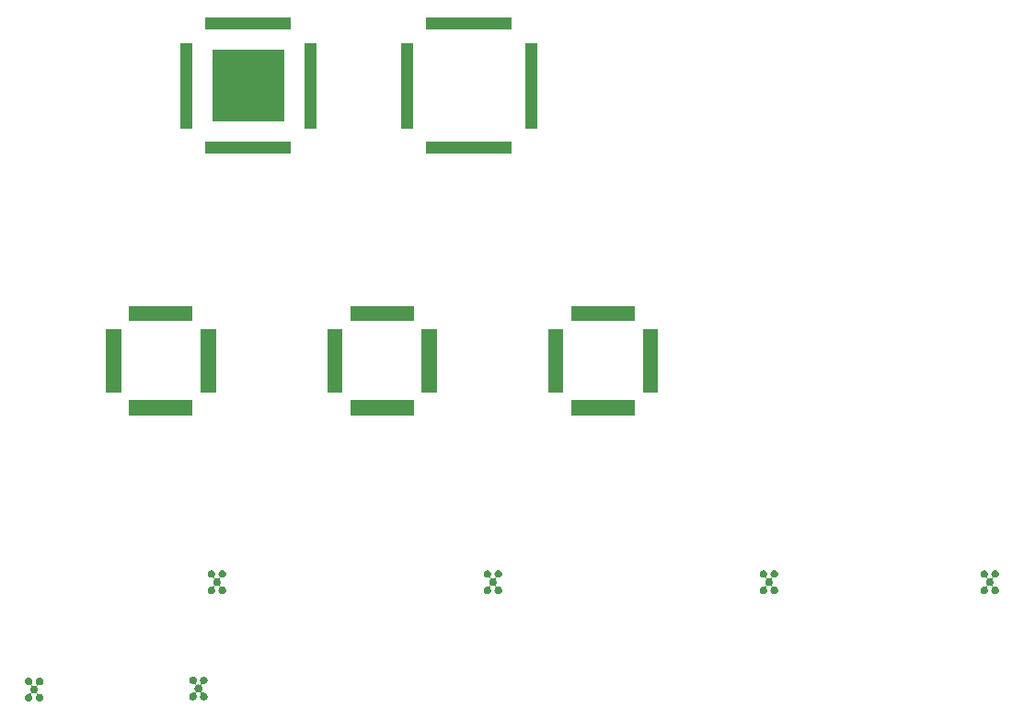
<source format=gbr>
G04 #@! TF.GenerationSoftware,KiCad,Pcbnew,(5.1.5)-3*
G04 #@! TF.CreationDate,2020-04-26T20:22:25+03:00*
G04 #@! TF.ProjectId,PCB soldering test board,50434220-736f-46c6-9465-72696e672074,rev?*
G04 #@! TF.SameCoordinates,Original*
G04 #@! TF.FileFunction,Soldermask,Bot*
G04 #@! TF.FilePolarity,Negative*
%FSLAX46Y46*%
G04 Gerber Fmt 4.6, Leading zero omitted, Abs format (unit mm)*
G04 Created by KiCad (PCBNEW (5.1.5)-3) date 2020-04-26 20:22:25*
%MOMM*%
%LPD*%
G04 APERTURE LIST*
%ADD10C,0.100000*%
G04 APERTURE END LIST*
D10*
G36*
X64075203Y-118010549D02*
G01*
X64075206Y-118010550D01*
X64075205Y-118010550D01*
X64139078Y-118037006D01*
X64196568Y-118075420D01*
X64245460Y-118124312D01*
X64283874Y-118181802D01*
X64298440Y-118216970D01*
X64310331Y-118245677D01*
X64323820Y-118313490D01*
X64323820Y-118382630D01*
X64310331Y-118450443D01*
X64310330Y-118450445D01*
X64283874Y-118514318D01*
X64248517Y-118567233D01*
X64236966Y-118588844D01*
X64229853Y-118612293D01*
X64227451Y-118636679D01*
X64229853Y-118661065D01*
X64236966Y-118684514D01*
X64248517Y-118706125D01*
X64264062Y-118725066D01*
X64283004Y-118740612D01*
X64304615Y-118752163D01*
X64328064Y-118759276D01*
X64352450Y-118761678D01*
X64376837Y-118759276D01*
X64438250Y-118747060D01*
X64507390Y-118747060D01*
X64568803Y-118759276D01*
X64593189Y-118761678D01*
X64617576Y-118759276D01*
X64641025Y-118752163D01*
X64662635Y-118740612D01*
X64681577Y-118725067D01*
X64697123Y-118706125D01*
X64708674Y-118684515D01*
X64715787Y-118661066D01*
X64718189Y-118636680D01*
X64715787Y-118612293D01*
X64708674Y-118588844D01*
X64697123Y-118567233D01*
X64661766Y-118514318D01*
X64635310Y-118450445D01*
X64635309Y-118450443D01*
X64621820Y-118382630D01*
X64621820Y-118313490D01*
X64635309Y-118245677D01*
X64647200Y-118216970D01*
X64661766Y-118181802D01*
X64700180Y-118124312D01*
X64749072Y-118075420D01*
X64806562Y-118037006D01*
X64870435Y-118010550D01*
X64870434Y-118010550D01*
X64870437Y-118010549D01*
X64938250Y-117997060D01*
X65007390Y-117997060D01*
X65075203Y-118010549D01*
X65075206Y-118010550D01*
X65075205Y-118010550D01*
X65139078Y-118037006D01*
X65196568Y-118075420D01*
X65245460Y-118124312D01*
X65283874Y-118181802D01*
X65298440Y-118216970D01*
X65310331Y-118245677D01*
X65323820Y-118313490D01*
X65323820Y-118382630D01*
X65310331Y-118450443D01*
X65310330Y-118450445D01*
X65283874Y-118514318D01*
X65245460Y-118571808D01*
X65196568Y-118620700D01*
X65139078Y-118659114D01*
X65087002Y-118680684D01*
X65075203Y-118685571D01*
X65007390Y-118699060D01*
X64938250Y-118699060D01*
X64876836Y-118686844D01*
X64852451Y-118684442D01*
X64828064Y-118686844D01*
X64804615Y-118693957D01*
X64783005Y-118705508D01*
X64764063Y-118721053D01*
X64748517Y-118739995D01*
X64736966Y-118761605D01*
X64729853Y-118785054D01*
X64727451Y-118809440D01*
X64729853Y-118833827D01*
X64736966Y-118857276D01*
X64748517Y-118878887D01*
X64783874Y-118931802D01*
X64798440Y-118966970D01*
X64810331Y-118995677D01*
X64823820Y-119063490D01*
X64823820Y-119132630D01*
X64810331Y-119200443D01*
X64810330Y-119200445D01*
X64783874Y-119264318D01*
X64748517Y-119317233D01*
X64736966Y-119338844D01*
X64729853Y-119362293D01*
X64727451Y-119386679D01*
X64729853Y-119411065D01*
X64736966Y-119434514D01*
X64748517Y-119456125D01*
X64764062Y-119475066D01*
X64783004Y-119490612D01*
X64804615Y-119502163D01*
X64828064Y-119509276D01*
X64852450Y-119511678D01*
X64876837Y-119509276D01*
X64938250Y-119497060D01*
X65007390Y-119497060D01*
X65075203Y-119510549D01*
X65087002Y-119515436D01*
X65139078Y-119537006D01*
X65196568Y-119575420D01*
X65245460Y-119624312D01*
X65283874Y-119681802D01*
X65298440Y-119716970D01*
X65310331Y-119745677D01*
X65323820Y-119813490D01*
X65323820Y-119882630D01*
X65310331Y-119950443D01*
X65310330Y-119950445D01*
X65283874Y-120014318D01*
X65245460Y-120071808D01*
X65196568Y-120120700D01*
X65139078Y-120159114D01*
X65087002Y-120180684D01*
X65075203Y-120185571D01*
X65007390Y-120199060D01*
X64938250Y-120199060D01*
X64870437Y-120185571D01*
X64858638Y-120180684D01*
X64806562Y-120159114D01*
X64749072Y-120120700D01*
X64700180Y-120071808D01*
X64661766Y-120014318D01*
X64635310Y-119950445D01*
X64635309Y-119950443D01*
X64621820Y-119882630D01*
X64621820Y-119813490D01*
X64635309Y-119745677D01*
X64647200Y-119716970D01*
X64661766Y-119681802D01*
X64697123Y-119628887D01*
X64708674Y-119607276D01*
X64715787Y-119583827D01*
X64718189Y-119559441D01*
X64715787Y-119535055D01*
X64708674Y-119511606D01*
X64697123Y-119489995D01*
X64681578Y-119471054D01*
X64662636Y-119455508D01*
X64641025Y-119443957D01*
X64617576Y-119436844D01*
X64593190Y-119434442D01*
X64568804Y-119436844D01*
X64507390Y-119449060D01*
X64438250Y-119449060D01*
X64376837Y-119436844D01*
X64352451Y-119434442D01*
X64328064Y-119436844D01*
X64304615Y-119443957D01*
X64283005Y-119455508D01*
X64264063Y-119471053D01*
X64248517Y-119489995D01*
X64236966Y-119511605D01*
X64229853Y-119535054D01*
X64227451Y-119559440D01*
X64229853Y-119583827D01*
X64236966Y-119607276D01*
X64248517Y-119628887D01*
X64283874Y-119681802D01*
X64298440Y-119716970D01*
X64310331Y-119745677D01*
X64323820Y-119813490D01*
X64323820Y-119882630D01*
X64310331Y-119950443D01*
X64310330Y-119950445D01*
X64283874Y-120014318D01*
X64245460Y-120071808D01*
X64196568Y-120120700D01*
X64139078Y-120159114D01*
X64087002Y-120180684D01*
X64075203Y-120185571D01*
X64007390Y-120199060D01*
X63938250Y-120199060D01*
X63870437Y-120185571D01*
X63858638Y-120180684D01*
X63806562Y-120159114D01*
X63749072Y-120120700D01*
X63700180Y-120071808D01*
X63661766Y-120014318D01*
X63635310Y-119950445D01*
X63635309Y-119950443D01*
X63621820Y-119882630D01*
X63621820Y-119813490D01*
X63635309Y-119745677D01*
X63647200Y-119716970D01*
X63661766Y-119681802D01*
X63700180Y-119624312D01*
X63749072Y-119575420D01*
X63806562Y-119537006D01*
X63858638Y-119515436D01*
X63870437Y-119510549D01*
X63938250Y-119497060D01*
X64007390Y-119497060D01*
X64068803Y-119509276D01*
X64093189Y-119511678D01*
X64117576Y-119509276D01*
X64141025Y-119502163D01*
X64162635Y-119490612D01*
X64181577Y-119475067D01*
X64197123Y-119456125D01*
X64208674Y-119434515D01*
X64215787Y-119411066D01*
X64218189Y-119386680D01*
X64215787Y-119362293D01*
X64208674Y-119338844D01*
X64197123Y-119317233D01*
X64161766Y-119264318D01*
X64135310Y-119200445D01*
X64135309Y-119200443D01*
X64121820Y-119132630D01*
X64121820Y-119063490D01*
X64135309Y-118995677D01*
X64147200Y-118966970D01*
X64161766Y-118931802D01*
X64197123Y-118878887D01*
X64208674Y-118857276D01*
X64215787Y-118833827D01*
X64218189Y-118809441D01*
X64215787Y-118785055D01*
X64208674Y-118761606D01*
X64197123Y-118739995D01*
X64181578Y-118721054D01*
X64162636Y-118705508D01*
X64141025Y-118693957D01*
X64117576Y-118686844D01*
X64093190Y-118684442D01*
X64068804Y-118686844D01*
X64007390Y-118699060D01*
X63938250Y-118699060D01*
X63870437Y-118685571D01*
X63858638Y-118680684D01*
X63806562Y-118659114D01*
X63749072Y-118620700D01*
X63700180Y-118571808D01*
X63661766Y-118514318D01*
X63635310Y-118450445D01*
X63635309Y-118450443D01*
X63621820Y-118382630D01*
X63621820Y-118313490D01*
X63635309Y-118245677D01*
X63647200Y-118216970D01*
X63661766Y-118181802D01*
X63700180Y-118124312D01*
X63749072Y-118075420D01*
X63806562Y-118037006D01*
X63870435Y-118010550D01*
X63870434Y-118010550D01*
X63870437Y-118010549D01*
X63938250Y-117997060D01*
X64007390Y-117997060D01*
X64075203Y-118010549D01*
G37*
G36*
X79183123Y-117914029D02*
G01*
X79183126Y-117914030D01*
X79183125Y-117914030D01*
X79246998Y-117940486D01*
X79304488Y-117978900D01*
X79353380Y-118027792D01*
X79391794Y-118085282D01*
X79407960Y-118124311D01*
X79418251Y-118149157D01*
X79431740Y-118216970D01*
X79431740Y-118286110D01*
X79418251Y-118353923D01*
X79418250Y-118353925D01*
X79391794Y-118417798D01*
X79356437Y-118470713D01*
X79344886Y-118492324D01*
X79337773Y-118515773D01*
X79335371Y-118540159D01*
X79337773Y-118564545D01*
X79344886Y-118587994D01*
X79356437Y-118609605D01*
X79371982Y-118628546D01*
X79390924Y-118644092D01*
X79412535Y-118655643D01*
X79435984Y-118662756D01*
X79460370Y-118665158D01*
X79484757Y-118662756D01*
X79546170Y-118650540D01*
X79615310Y-118650540D01*
X79676723Y-118662756D01*
X79701109Y-118665158D01*
X79725496Y-118662756D01*
X79748945Y-118655643D01*
X79770555Y-118644092D01*
X79789497Y-118628547D01*
X79805043Y-118609605D01*
X79816594Y-118587995D01*
X79823707Y-118564546D01*
X79826109Y-118540160D01*
X79823707Y-118515773D01*
X79816594Y-118492324D01*
X79805043Y-118470713D01*
X79769686Y-118417798D01*
X79743230Y-118353925D01*
X79743229Y-118353923D01*
X79729740Y-118286110D01*
X79729740Y-118216970D01*
X79743229Y-118149157D01*
X79753520Y-118124311D01*
X79769686Y-118085282D01*
X79808100Y-118027792D01*
X79856992Y-117978900D01*
X79914482Y-117940486D01*
X79978355Y-117914030D01*
X79978354Y-117914030D01*
X79978357Y-117914029D01*
X80046170Y-117900540D01*
X80115310Y-117900540D01*
X80183123Y-117914029D01*
X80183126Y-117914030D01*
X80183125Y-117914030D01*
X80246998Y-117940486D01*
X80304488Y-117978900D01*
X80353380Y-118027792D01*
X80391794Y-118085282D01*
X80407960Y-118124311D01*
X80418251Y-118149157D01*
X80431740Y-118216970D01*
X80431740Y-118286110D01*
X80418251Y-118353923D01*
X80418250Y-118353925D01*
X80391794Y-118417798D01*
X80353380Y-118475288D01*
X80304488Y-118524180D01*
X80246998Y-118562594D01*
X80194922Y-118584164D01*
X80183123Y-118589051D01*
X80115310Y-118602540D01*
X80046170Y-118602540D01*
X79984756Y-118590324D01*
X79960371Y-118587922D01*
X79935984Y-118590324D01*
X79912535Y-118597437D01*
X79890925Y-118608988D01*
X79871983Y-118624533D01*
X79856437Y-118643475D01*
X79844886Y-118665085D01*
X79837773Y-118688534D01*
X79835371Y-118712920D01*
X79837773Y-118737307D01*
X79844886Y-118760756D01*
X79856437Y-118782367D01*
X79891794Y-118835282D01*
X79907960Y-118874311D01*
X79918251Y-118899157D01*
X79931740Y-118966970D01*
X79931740Y-119036110D01*
X79918251Y-119103923D01*
X79918250Y-119103925D01*
X79891794Y-119167798D01*
X79856437Y-119220713D01*
X79844886Y-119242324D01*
X79837773Y-119265773D01*
X79835371Y-119290159D01*
X79837773Y-119314545D01*
X79844886Y-119337994D01*
X79856437Y-119359605D01*
X79871982Y-119378546D01*
X79890924Y-119394092D01*
X79912535Y-119405643D01*
X79935984Y-119412756D01*
X79960370Y-119415158D01*
X79984757Y-119412756D01*
X80046170Y-119400540D01*
X80115310Y-119400540D01*
X80183123Y-119414029D01*
X80194922Y-119418916D01*
X80246998Y-119440486D01*
X80304488Y-119478900D01*
X80353380Y-119527792D01*
X80391794Y-119585282D01*
X80407960Y-119624311D01*
X80418251Y-119649157D01*
X80431740Y-119716970D01*
X80431740Y-119786110D01*
X80418251Y-119853923D01*
X80418250Y-119853925D01*
X80391794Y-119917798D01*
X80353380Y-119975288D01*
X80304488Y-120024180D01*
X80246998Y-120062594D01*
X80194922Y-120084164D01*
X80183123Y-120089051D01*
X80115310Y-120102540D01*
X80046170Y-120102540D01*
X79978357Y-120089051D01*
X79966558Y-120084164D01*
X79914482Y-120062594D01*
X79856992Y-120024180D01*
X79808100Y-119975288D01*
X79769686Y-119917798D01*
X79743230Y-119853925D01*
X79743229Y-119853923D01*
X79729740Y-119786110D01*
X79729740Y-119716970D01*
X79743229Y-119649157D01*
X79753520Y-119624311D01*
X79769686Y-119585282D01*
X79805043Y-119532367D01*
X79816594Y-119510756D01*
X79823707Y-119487307D01*
X79826109Y-119462921D01*
X79823707Y-119438535D01*
X79816594Y-119415086D01*
X79805043Y-119393475D01*
X79789498Y-119374534D01*
X79770556Y-119358988D01*
X79748945Y-119347437D01*
X79725496Y-119340324D01*
X79701110Y-119337922D01*
X79676724Y-119340324D01*
X79615310Y-119352540D01*
X79546170Y-119352540D01*
X79484757Y-119340324D01*
X79460371Y-119337922D01*
X79435984Y-119340324D01*
X79412535Y-119347437D01*
X79390925Y-119358988D01*
X79371983Y-119374533D01*
X79356437Y-119393475D01*
X79344886Y-119415085D01*
X79337773Y-119438534D01*
X79335371Y-119462920D01*
X79337773Y-119487307D01*
X79344886Y-119510756D01*
X79356437Y-119532367D01*
X79391794Y-119585282D01*
X79407960Y-119624311D01*
X79418251Y-119649157D01*
X79431740Y-119716970D01*
X79431740Y-119786110D01*
X79418251Y-119853923D01*
X79418250Y-119853925D01*
X79391794Y-119917798D01*
X79353380Y-119975288D01*
X79304488Y-120024180D01*
X79246998Y-120062594D01*
X79194922Y-120084164D01*
X79183123Y-120089051D01*
X79115310Y-120102540D01*
X79046170Y-120102540D01*
X78978357Y-120089051D01*
X78966558Y-120084164D01*
X78914482Y-120062594D01*
X78856992Y-120024180D01*
X78808100Y-119975288D01*
X78769686Y-119917798D01*
X78743230Y-119853925D01*
X78743229Y-119853923D01*
X78729740Y-119786110D01*
X78729740Y-119716970D01*
X78743229Y-119649157D01*
X78753520Y-119624311D01*
X78769686Y-119585282D01*
X78808100Y-119527792D01*
X78856992Y-119478900D01*
X78914482Y-119440486D01*
X78966558Y-119418916D01*
X78978357Y-119414029D01*
X79046170Y-119400540D01*
X79115310Y-119400540D01*
X79176723Y-119412756D01*
X79201109Y-119415158D01*
X79225496Y-119412756D01*
X79248945Y-119405643D01*
X79270555Y-119394092D01*
X79289497Y-119378547D01*
X79305043Y-119359605D01*
X79316594Y-119337995D01*
X79323707Y-119314546D01*
X79326109Y-119290160D01*
X79323707Y-119265773D01*
X79316594Y-119242324D01*
X79305043Y-119220713D01*
X79269686Y-119167798D01*
X79243230Y-119103925D01*
X79243229Y-119103923D01*
X79229740Y-119036110D01*
X79229740Y-118966970D01*
X79243229Y-118899157D01*
X79253520Y-118874311D01*
X79269686Y-118835282D01*
X79305043Y-118782367D01*
X79316594Y-118760756D01*
X79323707Y-118737307D01*
X79326109Y-118712921D01*
X79323707Y-118688535D01*
X79316594Y-118665086D01*
X79305043Y-118643475D01*
X79289498Y-118624534D01*
X79270556Y-118608988D01*
X79248945Y-118597437D01*
X79225496Y-118590324D01*
X79201110Y-118587922D01*
X79176724Y-118590324D01*
X79115310Y-118602540D01*
X79046170Y-118602540D01*
X78978357Y-118589051D01*
X78966558Y-118584164D01*
X78914482Y-118562594D01*
X78856992Y-118524180D01*
X78808100Y-118475288D01*
X78769686Y-118417798D01*
X78743230Y-118353925D01*
X78743229Y-118353923D01*
X78729740Y-118286110D01*
X78729740Y-118216970D01*
X78743229Y-118149157D01*
X78753520Y-118124311D01*
X78769686Y-118085282D01*
X78808100Y-118027792D01*
X78856992Y-117978900D01*
X78914482Y-117940486D01*
X78978355Y-117914030D01*
X78978354Y-117914030D01*
X78978357Y-117914029D01*
X79046170Y-117900540D01*
X79115310Y-117900540D01*
X79183123Y-117914029D01*
G37*
G36*
X152002383Y-108132489D02*
G01*
X152002386Y-108132490D01*
X152002385Y-108132490D01*
X152066258Y-108158946D01*
X152123748Y-108197360D01*
X152172640Y-108246252D01*
X152211054Y-108303742D01*
X152232624Y-108355818D01*
X152237511Y-108367617D01*
X152251000Y-108435430D01*
X152251000Y-108504570D01*
X152237511Y-108572383D01*
X152237510Y-108572385D01*
X152211054Y-108636258D01*
X152175697Y-108689173D01*
X152164146Y-108710784D01*
X152157033Y-108734233D01*
X152154631Y-108758619D01*
X152157033Y-108783005D01*
X152164146Y-108806454D01*
X152175697Y-108828065D01*
X152191242Y-108847006D01*
X152210184Y-108862552D01*
X152231795Y-108874103D01*
X152255244Y-108881216D01*
X152279630Y-108883618D01*
X152304017Y-108881216D01*
X152365430Y-108869000D01*
X152434570Y-108869000D01*
X152495983Y-108881216D01*
X152520369Y-108883618D01*
X152544756Y-108881216D01*
X152568205Y-108874103D01*
X152589815Y-108862552D01*
X152608757Y-108847007D01*
X152624303Y-108828065D01*
X152635854Y-108806455D01*
X152642967Y-108783006D01*
X152645369Y-108758620D01*
X152642967Y-108734233D01*
X152635854Y-108710784D01*
X152624303Y-108689173D01*
X152588946Y-108636258D01*
X152562490Y-108572385D01*
X152562489Y-108572383D01*
X152549000Y-108504570D01*
X152549000Y-108435430D01*
X152562489Y-108367617D01*
X152567376Y-108355818D01*
X152588946Y-108303742D01*
X152627360Y-108246252D01*
X152676252Y-108197360D01*
X152733742Y-108158946D01*
X152797615Y-108132490D01*
X152797614Y-108132490D01*
X152797617Y-108132489D01*
X152865430Y-108119000D01*
X152934570Y-108119000D01*
X153002383Y-108132489D01*
X153002386Y-108132490D01*
X153002385Y-108132490D01*
X153066258Y-108158946D01*
X153123748Y-108197360D01*
X153172640Y-108246252D01*
X153211054Y-108303742D01*
X153232624Y-108355818D01*
X153237511Y-108367617D01*
X153251000Y-108435430D01*
X153251000Y-108504570D01*
X153237511Y-108572383D01*
X153237510Y-108572385D01*
X153211054Y-108636258D01*
X153172640Y-108693748D01*
X153123748Y-108742640D01*
X153066258Y-108781054D01*
X153014182Y-108802624D01*
X153002383Y-108807511D01*
X152934570Y-108821000D01*
X152865430Y-108821000D01*
X152804016Y-108808784D01*
X152779631Y-108806382D01*
X152755244Y-108808784D01*
X152731795Y-108815897D01*
X152710185Y-108827448D01*
X152691243Y-108842993D01*
X152675697Y-108861935D01*
X152664146Y-108883545D01*
X152657033Y-108906994D01*
X152654631Y-108931380D01*
X152657033Y-108955767D01*
X152664146Y-108979216D01*
X152675697Y-109000827D01*
X152711054Y-109053742D01*
X152732624Y-109105818D01*
X152737511Y-109117617D01*
X152751000Y-109185430D01*
X152751000Y-109254570D01*
X152737511Y-109322383D01*
X152737510Y-109322385D01*
X152711054Y-109386258D01*
X152675697Y-109439173D01*
X152664146Y-109460784D01*
X152657033Y-109484233D01*
X152654631Y-109508619D01*
X152657033Y-109533005D01*
X152664146Y-109556454D01*
X152675697Y-109578065D01*
X152691242Y-109597006D01*
X152710184Y-109612552D01*
X152731795Y-109624103D01*
X152755244Y-109631216D01*
X152779630Y-109633618D01*
X152804017Y-109631216D01*
X152865430Y-109619000D01*
X152934570Y-109619000D01*
X153002383Y-109632489D01*
X153014182Y-109637376D01*
X153066258Y-109658946D01*
X153123748Y-109697360D01*
X153172640Y-109746252D01*
X153211054Y-109803742D01*
X153232624Y-109855818D01*
X153237511Y-109867617D01*
X153251000Y-109935430D01*
X153251000Y-110004570D01*
X153237511Y-110072383D01*
X153237510Y-110072385D01*
X153211054Y-110136258D01*
X153172640Y-110193748D01*
X153123748Y-110242640D01*
X153066258Y-110281054D01*
X153014182Y-110302624D01*
X153002383Y-110307511D01*
X152934570Y-110321000D01*
X152865430Y-110321000D01*
X152797617Y-110307511D01*
X152785818Y-110302624D01*
X152733742Y-110281054D01*
X152676252Y-110242640D01*
X152627360Y-110193748D01*
X152588946Y-110136258D01*
X152562490Y-110072385D01*
X152562489Y-110072383D01*
X152549000Y-110004570D01*
X152549000Y-109935430D01*
X152562489Y-109867617D01*
X152567376Y-109855818D01*
X152588946Y-109803742D01*
X152624303Y-109750827D01*
X152635854Y-109729216D01*
X152642967Y-109705767D01*
X152645369Y-109681381D01*
X152642967Y-109656995D01*
X152635854Y-109633546D01*
X152624303Y-109611935D01*
X152608758Y-109592994D01*
X152589816Y-109577448D01*
X152568205Y-109565897D01*
X152544756Y-109558784D01*
X152520370Y-109556382D01*
X152495984Y-109558784D01*
X152434570Y-109571000D01*
X152365430Y-109571000D01*
X152304016Y-109558784D01*
X152279631Y-109556382D01*
X152255244Y-109558784D01*
X152231795Y-109565897D01*
X152210185Y-109577448D01*
X152191243Y-109592993D01*
X152175697Y-109611935D01*
X152164146Y-109633545D01*
X152157033Y-109656994D01*
X152154631Y-109681380D01*
X152157033Y-109705767D01*
X152164146Y-109729216D01*
X152175697Y-109750827D01*
X152211054Y-109803742D01*
X152232624Y-109855818D01*
X152237511Y-109867617D01*
X152251000Y-109935430D01*
X152251000Y-110004570D01*
X152237511Y-110072383D01*
X152237510Y-110072385D01*
X152211054Y-110136258D01*
X152172640Y-110193748D01*
X152123748Y-110242640D01*
X152066258Y-110281054D01*
X152014182Y-110302624D01*
X152002383Y-110307511D01*
X151934570Y-110321000D01*
X151865430Y-110321000D01*
X151797617Y-110307511D01*
X151785818Y-110302624D01*
X151733742Y-110281054D01*
X151676252Y-110242640D01*
X151627360Y-110193748D01*
X151588946Y-110136258D01*
X151562490Y-110072385D01*
X151562489Y-110072383D01*
X151549000Y-110004570D01*
X151549000Y-109935430D01*
X151562489Y-109867617D01*
X151567376Y-109855818D01*
X151588946Y-109803742D01*
X151627360Y-109746252D01*
X151676252Y-109697360D01*
X151733742Y-109658946D01*
X151785818Y-109637376D01*
X151797617Y-109632489D01*
X151865430Y-109619000D01*
X151934570Y-109619000D01*
X151995983Y-109631216D01*
X152020369Y-109633618D01*
X152044756Y-109631216D01*
X152068205Y-109624103D01*
X152089815Y-109612552D01*
X152108757Y-109597007D01*
X152124303Y-109578065D01*
X152135854Y-109556455D01*
X152142967Y-109533006D01*
X152145369Y-109508620D01*
X152142967Y-109484233D01*
X152135854Y-109460784D01*
X152124303Y-109439173D01*
X152088946Y-109386258D01*
X152062490Y-109322385D01*
X152062489Y-109322383D01*
X152049000Y-109254570D01*
X152049000Y-109185430D01*
X152062489Y-109117617D01*
X152067376Y-109105818D01*
X152088946Y-109053742D01*
X152124303Y-109000827D01*
X152135854Y-108979216D01*
X152142967Y-108955767D01*
X152145369Y-108931381D01*
X152142967Y-108906995D01*
X152135854Y-108883546D01*
X152124303Y-108861935D01*
X152108758Y-108842994D01*
X152089816Y-108827448D01*
X152068205Y-108815897D01*
X152044756Y-108808784D01*
X152020370Y-108806382D01*
X151995984Y-108808784D01*
X151934570Y-108821000D01*
X151865430Y-108821000D01*
X151797617Y-108807511D01*
X151785818Y-108802624D01*
X151733742Y-108781054D01*
X151676252Y-108742640D01*
X151627360Y-108693748D01*
X151588946Y-108636258D01*
X151562490Y-108572385D01*
X151562489Y-108572383D01*
X151549000Y-108504570D01*
X151549000Y-108435430D01*
X151562489Y-108367617D01*
X151567376Y-108355818D01*
X151588946Y-108303742D01*
X151627360Y-108246252D01*
X151676252Y-108197360D01*
X151733742Y-108158946D01*
X151797615Y-108132490D01*
X151797614Y-108132490D01*
X151797617Y-108132489D01*
X151865430Y-108119000D01*
X151934570Y-108119000D01*
X152002383Y-108132489D01*
G37*
G36*
X106282383Y-108132489D02*
G01*
X106282386Y-108132490D01*
X106282385Y-108132490D01*
X106346258Y-108158946D01*
X106403748Y-108197360D01*
X106452640Y-108246252D01*
X106491054Y-108303742D01*
X106512624Y-108355818D01*
X106517511Y-108367617D01*
X106531000Y-108435430D01*
X106531000Y-108504570D01*
X106517511Y-108572383D01*
X106517510Y-108572385D01*
X106491054Y-108636258D01*
X106455697Y-108689173D01*
X106444146Y-108710784D01*
X106437033Y-108734233D01*
X106434631Y-108758619D01*
X106437033Y-108783005D01*
X106444146Y-108806454D01*
X106455697Y-108828065D01*
X106471242Y-108847006D01*
X106490184Y-108862552D01*
X106511795Y-108874103D01*
X106535244Y-108881216D01*
X106559630Y-108883618D01*
X106584017Y-108881216D01*
X106645430Y-108869000D01*
X106714570Y-108869000D01*
X106775983Y-108881216D01*
X106800369Y-108883618D01*
X106824756Y-108881216D01*
X106848205Y-108874103D01*
X106869815Y-108862552D01*
X106888757Y-108847007D01*
X106904303Y-108828065D01*
X106915854Y-108806455D01*
X106922967Y-108783006D01*
X106925369Y-108758620D01*
X106922967Y-108734233D01*
X106915854Y-108710784D01*
X106904303Y-108689173D01*
X106868946Y-108636258D01*
X106842490Y-108572385D01*
X106842489Y-108572383D01*
X106829000Y-108504570D01*
X106829000Y-108435430D01*
X106842489Y-108367617D01*
X106847376Y-108355818D01*
X106868946Y-108303742D01*
X106907360Y-108246252D01*
X106956252Y-108197360D01*
X107013742Y-108158946D01*
X107077615Y-108132490D01*
X107077614Y-108132490D01*
X107077617Y-108132489D01*
X107145430Y-108119000D01*
X107214570Y-108119000D01*
X107282383Y-108132489D01*
X107282386Y-108132490D01*
X107282385Y-108132490D01*
X107346258Y-108158946D01*
X107403748Y-108197360D01*
X107452640Y-108246252D01*
X107491054Y-108303742D01*
X107512624Y-108355818D01*
X107517511Y-108367617D01*
X107531000Y-108435430D01*
X107531000Y-108504570D01*
X107517511Y-108572383D01*
X107517510Y-108572385D01*
X107491054Y-108636258D01*
X107452640Y-108693748D01*
X107403748Y-108742640D01*
X107346258Y-108781054D01*
X107294182Y-108802624D01*
X107282383Y-108807511D01*
X107214570Y-108821000D01*
X107145430Y-108821000D01*
X107084017Y-108808784D01*
X107059631Y-108806382D01*
X107035244Y-108808784D01*
X107011795Y-108815897D01*
X106990185Y-108827448D01*
X106971243Y-108842993D01*
X106955697Y-108861935D01*
X106944146Y-108883545D01*
X106937033Y-108906994D01*
X106934631Y-108931380D01*
X106937033Y-108955767D01*
X106944146Y-108979216D01*
X106955697Y-109000827D01*
X106991054Y-109053742D01*
X107012624Y-109105818D01*
X107017511Y-109117617D01*
X107031000Y-109185430D01*
X107031000Y-109254570D01*
X107017511Y-109322383D01*
X107017510Y-109322385D01*
X106991054Y-109386258D01*
X106955697Y-109439173D01*
X106944146Y-109460784D01*
X106937033Y-109484233D01*
X106934631Y-109508619D01*
X106937033Y-109533005D01*
X106944146Y-109556454D01*
X106955697Y-109578065D01*
X106971242Y-109597006D01*
X106990184Y-109612552D01*
X107011795Y-109624103D01*
X107035244Y-109631216D01*
X107059630Y-109633618D01*
X107084017Y-109631216D01*
X107145430Y-109619000D01*
X107214570Y-109619000D01*
X107282383Y-109632489D01*
X107294182Y-109637376D01*
X107346258Y-109658946D01*
X107403748Y-109697360D01*
X107452640Y-109746252D01*
X107491054Y-109803742D01*
X107512624Y-109855818D01*
X107517511Y-109867617D01*
X107531000Y-109935430D01*
X107531000Y-110004570D01*
X107517511Y-110072383D01*
X107517510Y-110072385D01*
X107491054Y-110136258D01*
X107452640Y-110193748D01*
X107403748Y-110242640D01*
X107346258Y-110281054D01*
X107294182Y-110302624D01*
X107282383Y-110307511D01*
X107214570Y-110321000D01*
X107145430Y-110321000D01*
X107077617Y-110307511D01*
X107065818Y-110302624D01*
X107013742Y-110281054D01*
X106956252Y-110242640D01*
X106907360Y-110193748D01*
X106868946Y-110136258D01*
X106842490Y-110072385D01*
X106842489Y-110072383D01*
X106829000Y-110004570D01*
X106829000Y-109935430D01*
X106842489Y-109867617D01*
X106847376Y-109855818D01*
X106868946Y-109803742D01*
X106904303Y-109750827D01*
X106915854Y-109729216D01*
X106922967Y-109705767D01*
X106925369Y-109681381D01*
X106922967Y-109656995D01*
X106915854Y-109633546D01*
X106904303Y-109611935D01*
X106888758Y-109592994D01*
X106869816Y-109577448D01*
X106848205Y-109565897D01*
X106824756Y-109558784D01*
X106800370Y-109556382D01*
X106775984Y-109558784D01*
X106714570Y-109571000D01*
X106645430Y-109571000D01*
X106584016Y-109558784D01*
X106559631Y-109556382D01*
X106535244Y-109558784D01*
X106511795Y-109565897D01*
X106490185Y-109577448D01*
X106471243Y-109592993D01*
X106455697Y-109611935D01*
X106444146Y-109633545D01*
X106437033Y-109656994D01*
X106434631Y-109681380D01*
X106437033Y-109705767D01*
X106444146Y-109729216D01*
X106455697Y-109750827D01*
X106491054Y-109803742D01*
X106512624Y-109855818D01*
X106517511Y-109867617D01*
X106531000Y-109935430D01*
X106531000Y-110004570D01*
X106517511Y-110072383D01*
X106517510Y-110072385D01*
X106491054Y-110136258D01*
X106452640Y-110193748D01*
X106403748Y-110242640D01*
X106346258Y-110281054D01*
X106294182Y-110302624D01*
X106282383Y-110307511D01*
X106214570Y-110321000D01*
X106145430Y-110321000D01*
X106077617Y-110307511D01*
X106065818Y-110302624D01*
X106013742Y-110281054D01*
X105956252Y-110242640D01*
X105907360Y-110193748D01*
X105868946Y-110136258D01*
X105842490Y-110072385D01*
X105842489Y-110072383D01*
X105829000Y-110004570D01*
X105829000Y-109935430D01*
X105842489Y-109867617D01*
X105847376Y-109855818D01*
X105868946Y-109803742D01*
X105907360Y-109746252D01*
X105956252Y-109697360D01*
X106013742Y-109658946D01*
X106065818Y-109637376D01*
X106077617Y-109632489D01*
X106145430Y-109619000D01*
X106214570Y-109619000D01*
X106275983Y-109631216D01*
X106300369Y-109633618D01*
X106324756Y-109631216D01*
X106348205Y-109624103D01*
X106369815Y-109612552D01*
X106388757Y-109597007D01*
X106404303Y-109578065D01*
X106415854Y-109556455D01*
X106422967Y-109533006D01*
X106425369Y-109508620D01*
X106422967Y-109484233D01*
X106415854Y-109460784D01*
X106404303Y-109439173D01*
X106368946Y-109386258D01*
X106342490Y-109322385D01*
X106342489Y-109322383D01*
X106329000Y-109254570D01*
X106329000Y-109185430D01*
X106342489Y-109117617D01*
X106347376Y-109105818D01*
X106368946Y-109053742D01*
X106404303Y-109000827D01*
X106415854Y-108979216D01*
X106422967Y-108955767D01*
X106425369Y-108931381D01*
X106422967Y-108906995D01*
X106415854Y-108883546D01*
X106404303Y-108861935D01*
X106388758Y-108842994D01*
X106369816Y-108827448D01*
X106348205Y-108815897D01*
X106324756Y-108808784D01*
X106300370Y-108806382D01*
X106275984Y-108808784D01*
X106214570Y-108821000D01*
X106145430Y-108821000D01*
X106077617Y-108807511D01*
X106065818Y-108802624D01*
X106013742Y-108781054D01*
X105956252Y-108742640D01*
X105907360Y-108693748D01*
X105868946Y-108636258D01*
X105842490Y-108572385D01*
X105842489Y-108572383D01*
X105829000Y-108504570D01*
X105829000Y-108435430D01*
X105842489Y-108367617D01*
X105847376Y-108355818D01*
X105868946Y-108303742D01*
X105907360Y-108246252D01*
X105956252Y-108197360D01*
X106013742Y-108158946D01*
X106077615Y-108132490D01*
X106077614Y-108132490D01*
X106077617Y-108132489D01*
X106145430Y-108119000D01*
X106214570Y-108119000D01*
X106282383Y-108132489D01*
G37*
G36*
X80882383Y-108132489D02*
G01*
X80882386Y-108132490D01*
X80882385Y-108132490D01*
X80946258Y-108158946D01*
X81003748Y-108197360D01*
X81052640Y-108246252D01*
X81091054Y-108303742D01*
X81112624Y-108355818D01*
X81117511Y-108367617D01*
X81131000Y-108435430D01*
X81131000Y-108504570D01*
X81117511Y-108572383D01*
X81117510Y-108572385D01*
X81091054Y-108636258D01*
X81055697Y-108689173D01*
X81044146Y-108710784D01*
X81037033Y-108734233D01*
X81034631Y-108758619D01*
X81037033Y-108783005D01*
X81044146Y-108806454D01*
X81055697Y-108828065D01*
X81071242Y-108847006D01*
X81090184Y-108862552D01*
X81111795Y-108874103D01*
X81135244Y-108881216D01*
X81159630Y-108883618D01*
X81184017Y-108881216D01*
X81245430Y-108869000D01*
X81314570Y-108869000D01*
X81375983Y-108881216D01*
X81400369Y-108883618D01*
X81424756Y-108881216D01*
X81448205Y-108874103D01*
X81469815Y-108862552D01*
X81488757Y-108847007D01*
X81504303Y-108828065D01*
X81515854Y-108806455D01*
X81522967Y-108783006D01*
X81525369Y-108758620D01*
X81522967Y-108734233D01*
X81515854Y-108710784D01*
X81504303Y-108689173D01*
X81468946Y-108636258D01*
X81442490Y-108572385D01*
X81442489Y-108572383D01*
X81429000Y-108504570D01*
X81429000Y-108435430D01*
X81442489Y-108367617D01*
X81447376Y-108355818D01*
X81468946Y-108303742D01*
X81507360Y-108246252D01*
X81556252Y-108197360D01*
X81613742Y-108158946D01*
X81677615Y-108132490D01*
X81677614Y-108132490D01*
X81677617Y-108132489D01*
X81745430Y-108119000D01*
X81814570Y-108119000D01*
X81882383Y-108132489D01*
X81882386Y-108132490D01*
X81882385Y-108132490D01*
X81946258Y-108158946D01*
X82003748Y-108197360D01*
X82052640Y-108246252D01*
X82091054Y-108303742D01*
X82112624Y-108355818D01*
X82117511Y-108367617D01*
X82131000Y-108435430D01*
X82131000Y-108504570D01*
X82117511Y-108572383D01*
X82117510Y-108572385D01*
X82091054Y-108636258D01*
X82052640Y-108693748D01*
X82003748Y-108742640D01*
X81946258Y-108781054D01*
X81894182Y-108802624D01*
X81882383Y-108807511D01*
X81814570Y-108821000D01*
X81745430Y-108821000D01*
X81684017Y-108808784D01*
X81659631Y-108806382D01*
X81635244Y-108808784D01*
X81611795Y-108815897D01*
X81590185Y-108827448D01*
X81571243Y-108842993D01*
X81555697Y-108861935D01*
X81544146Y-108883545D01*
X81537033Y-108906994D01*
X81534631Y-108931380D01*
X81537033Y-108955767D01*
X81544146Y-108979216D01*
X81555697Y-109000827D01*
X81591054Y-109053742D01*
X81612624Y-109105818D01*
X81617511Y-109117617D01*
X81631000Y-109185430D01*
X81631000Y-109254570D01*
X81617511Y-109322383D01*
X81617510Y-109322385D01*
X81591054Y-109386258D01*
X81555697Y-109439173D01*
X81544146Y-109460784D01*
X81537033Y-109484233D01*
X81534631Y-109508619D01*
X81537033Y-109533005D01*
X81544146Y-109556454D01*
X81555697Y-109578065D01*
X81571242Y-109597006D01*
X81590184Y-109612552D01*
X81611795Y-109624103D01*
X81635244Y-109631216D01*
X81659630Y-109633618D01*
X81684017Y-109631216D01*
X81745430Y-109619000D01*
X81814570Y-109619000D01*
X81882383Y-109632489D01*
X81894182Y-109637376D01*
X81946258Y-109658946D01*
X82003748Y-109697360D01*
X82052640Y-109746252D01*
X82091054Y-109803742D01*
X82112624Y-109855818D01*
X82117511Y-109867617D01*
X82131000Y-109935430D01*
X82131000Y-110004570D01*
X82117511Y-110072383D01*
X82117510Y-110072385D01*
X82091054Y-110136258D01*
X82052640Y-110193748D01*
X82003748Y-110242640D01*
X81946258Y-110281054D01*
X81894182Y-110302624D01*
X81882383Y-110307511D01*
X81814570Y-110321000D01*
X81745430Y-110321000D01*
X81677617Y-110307511D01*
X81665818Y-110302624D01*
X81613742Y-110281054D01*
X81556252Y-110242640D01*
X81507360Y-110193748D01*
X81468946Y-110136258D01*
X81442490Y-110072385D01*
X81442489Y-110072383D01*
X81429000Y-110004570D01*
X81429000Y-109935430D01*
X81442489Y-109867617D01*
X81447376Y-109855818D01*
X81468946Y-109803742D01*
X81504303Y-109750827D01*
X81515854Y-109729216D01*
X81522967Y-109705767D01*
X81525369Y-109681381D01*
X81522967Y-109656995D01*
X81515854Y-109633546D01*
X81504303Y-109611935D01*
X81488758Y-109592994D01*
X81469816Y-109577448D01*
X81448205Y-109565897D01*
X81424756Y-109558784D01*
X81400370Y-109556382D01*
X81375984Y-109558784D01*
X81314570Y-109571000D01*
X81245430Y-109571000D01*
X81184016Y-109558784D01*
X81159631Y-109556382D01*
X81135244Y-109558784D01*
X81111795Y-109565897D01*
X81090185Y-109577448D01*
X81071243Y-109592993D01*
X81055697Y-109611935D01*
X81044146Y-109633545D01*
X81037033Y-109656994D01*
X81034631Y-109681380D01*
X81037033Y-109705767D01*
X81044146Y-109729216D01*
X81055697Y-109750827D01*
X81091054Y-109803742D01*
X81112624Y-109855818D01*
X81117511Y-109867617D01*
X81131000Y-109935430D01*
X81131000Y-110004570D01*
X81117511Y-110072383D01*
X81117510Y-110072385D01*
X81091054Y-110136258D01*
X81052640Y-110193748D01*
X81003748Y-110242640D01*
X80946258Y-110281054D01*
X80894182Y-110302624D01*
X80882383Y-110307511D01*
X80814570Y-110321000D01*
X80745430Y-110321000D01*
X80677617Y-110307511D01*
X80665818Y-110302624D01*
X80613742Y-110281054D01*
X80556252Y-110242640D01*
X80507360Y-110193748D01*
X80468946Y-110136258D01*
X80442490Y-110072385D01*
X80442489Y-110072383D01*
X80429000Y-110004570D01*
X80429000Y-109935430D01*
X80442489Y-109867617D01*
X80447376Y-109855818D01*
X80468946Y-109803742D01*
X80507360Y-109746252D01*
X80556252Y-109697360D01*
X80613742Y-109658946D01*
X80665818Y-109637376D01*
X80677617Y-109632489D01*
X80745430Y-109619000D01*
X80814570Y-109619000D01*
X80875983Y-109631216D01*
X80900369Y-109633618D01*
X80924756Y-109631216D01*
X80948205Y-109624103D01*
X80969815Y-109612552D01*
X80988757Y-109597007D01*
X81004303Y-109578065D01*
X81015854Y-109556455D01*
X81022967Y-109533006D01*
X81025369Y-109508620D01*
X81022967Y-109484233D01*
X81015854Y-109460784D01*
X81004303Y-109439173D01*
X80968946Y-109386258D01*
X80942490Y-109322385D01*
X80942489Y-109322383D01*
X80929000Y-109254570D01*
X80929000Y-109185430D01*
X80942489Y-109117617D01*
X80947376Y-109105818D01*
X80968946Y-109053742D01*
X81004303Y-109000827D01*
X81015854Y-108979216D01*
X81022967Y-108955767D01*
X81025369Y-108931381D01*
X81022967Y-108906995D01*
X81015854Y-108883546D01*
X81004303Y-108861935D01*
X80988758Y-108842994D01*
X80969816Y-108827448D01*
X80948205Y-108815897D01*
X80924756Y-108808784D01*
X80900370Y-108806382D01*
X80875984Y-108808784D01*
X80814570Y-108821000D01*
X80745430Y-108821000D01*
X80677617Y-108807511D01*
X80665818Y-108802624D01*
X80613742Y-108781054D01*
X80556252Y-108742640D01*
X80507360Y-108693748D01*
X80468946Y-108636258D01*
X80442490Y-108572385D01*
X80442489Y-108572383D01*
X80429000Y-108504570D01*
X80429000Y-108435430D01*
X80442489Y-108367617D01*
X80447376Y-108355818D01*
X80468946Y-108303742D01*
X80507360Y-108246252D01*
X80556252Y-108197360D01*
X80613742Y-108158946D01*
X80677615Y-108132490D01*
X80677614Y-108132490D01*
X80677617Y-108132489D01*
X80745430Y-108119000D01*
X80814570Y-108119000D01*
X80882383Y-108132489D01*
G37*
G36*
X131682383Y-108132489D02*
G01*
X131682386Y-108132490D01*
X131682385Y-108132490D01*
X131746258Y-108158946D01*
X131803748Y-108197360D01*
X131852640Y-108246252D01*
X131891054Y-108303742D01*
X131912624Y-108355818D01*
X131917511Y-108367617D01*
X131931000Y-108435430D01*
X131931000Y-108504570D01*
X131917511Y-108572383D01*
X131917510Y-108572385D01*
X131891054Y-108636258D01*
X131855697Y-108689173D01*
X131844146Y-108710784D01*
X131837033Y-108734233D01*
X131834631Y-108758619D01*
X131837033Y-108783005D01*
X131844146Y-108806454D01*
X131855697Y-108828065D01*
X131871242Y-108847006D01*
X131890184Y-108862552D01*
X131911795Y-108874103D01*
X131935244Y-108881216D01*
X131959630Y-108883618D01*
X131984017Y-108881216D01*
X132045430Y-108869000D01*
X132114570Y-108869000D01*
X132175983Y-108881216D01*
X132200369Y-108883618D01*
X132224756Y-108881216D01*
X132248205Y-108874103D01*
X132269815Y-108862552D01*
X132288757Y-108847007D01*
X132304303Y-108828065D01*
X132315854Y-108806455D01*
X132322967Y-108783006D01*
X132325369Y-108758620D01*
X132322967Y-108734233D01*
X132315854Y-108710784D01*
X132304303Y-108689173D01*
X132268946Y-108636258D01*
X132242490Y-108572385D01*
X132242489Y-108572383D01*
X132229000Y-108504570D01*
X132229000Y-108435430D01*
X132242489Y-108367617D01*
X132247376Y-108355818D01*
X132268946Y-108303742D01*
X132307360Y-108246252D01*
X132356252Y-108197360D01*
X132413742Y-108158946D01*
X132477615Y-108132490D01*
X132477614Y-108132490D01*
X132477617Y-108132489D01*
X132545430Y-108119000D01*
X132614570Y-108119000D01*
X132682383Y-108132489D01*
X132682386Y-108132490D01*
X132682385Y-108132490D01*
X132746258Y-108158946D01*
X132803748Y-108197360D01*
X132852640Y-108246252D01*
X132891054Y-108303742D01*
X132912624Y-108355818D01*
X132917511Y-108367617D01*
X132931000Y-108435430D01*
X132931000Y-108504570D01*
X132917511Y-108572383D01*
X132917510Y-108572385D01*
X132891054Y-108636258D01*
X132852640Y-108693748D01*
X132803748Y-108742640D01*
X132746258Y-108781054D01*
X132694182Y-108802624D01*
X132682383Y-108807511D01*
X132614570Y-108821000D01*
X132545430Y-108821000D01*
X132484017Y-108808784D01*
X132459631Y-108806382D01*
X132435244Y-108808784D01*
X132411795Y-108815897D01*
X132390185Y-108827448D01*
X132371243Y-108842993D01*
X132355697Y-108861935D01*
X132344146Y-108883545D01*
X132337033Y-108906994D01*
X132334631Y-108931380D01*
X132337033Y-108955767D01*
X132344146Y-108979216D01*
X132355697Y-109000827D01*
X132391054Y-109053742D01*
X132412624Y-109105818D01*
X132417511Y-109117617D01*
X132431000Y-109185430D01*
X132431000Y-109254570D01*
X132417511Y-109322383D01*
X132417510Y-109322385D01*
X132391054Y-109386258D01*
X132355697Y-109439173D01*
X132344146Y-109460784D01*
X132337033Y-109484233D01*
X132334631Y-109508619D01*
X132337033Y-109533005D01*
X132344146Y-109556454D01*
X132355697Y-109578065D01*
X132371242Y-109597006D01*
X132390184Y-109612552D01*
X132411795Y-109624103D01*
X132435244Y-109631216D01*
X132459630Y-109633618D01*
X132484017Y-109631216D01*
X132545430Y-109619000D01*
X132614570Y-109619000D01*
X132682383Y-109632489D01*
X132694182Y-109637376D01*
X132746258Y-109658946D01*
X132803748Y-109697360D01*
X132852640Y-109746252D01*
X132891054Y-109803742D01*
X132912624Y-109855818D01*
X132917511Y-109867617D01*
X132931000Y-109935430D01*
X132931000Y-110004570D01*
X132917511Y-110072383D01*
X132917510Y-110072385D01*
X132891054Y-110136258D01*
X132852640Y-110193748D01*
X132803748Y-110242640D01*
X132746258Y-110281054D01*
X132694182Y-110302624D01*
X132682383Y-110307511D01*
X132614570Y-110321000D01*
X132545430Y-110321000D01*
X132477617Y-110307511D01*
X132465818Y-110302624D01*
X132413742Y-110281054D01*
X132356252Y-110242640D01*
X132307360Y-110193748D01*
X132268946Y-110136258D01*
X132242490Y-110072385D01*
X132242489Y-110072383D01*
X132229000Y-110004570D01*
X132229000Y-109935430D01*
X132242489Y-109867617D01*
X132247376Y-109855818D01*
X132268946Y-109803742D01*
X132304303Y-109750827D01*
X132315854Y-109729216D01*
X132322967Y-109705767D01*
X132325369Y-109681381D01*
X132322967Y-109656995D01*
X132315854Y-109633546D01*
X132304303Y-109611935D01*
X132288758Y-109592994D01*
X132269816Y-109577448D01*
X132248205Y-109565897D01*
X132224756Y-109558784D01*
X132200370Y-109556382D01*
X132175984Y-109558784D01*
X132114570Y-109571000D01*
X132045430Y-109571000D01*
X131984016Y-109558784D01*
X131959631Y-109556382D01*
X131935244Y-109558784D01*
X131911795Y-109565897D01*
X131890185Y-109577448D01*
X131871243Y-109592993D01*
X131855697Y-109611935D01*
X131844146Y-109633545D01*
X131837033Y-109656994D01*
X131834631Y-109681380D01*
X131837033Y-109705767D01*
X131844146Y-109729216D01*
X131855697Y-109750827D01*
X131891054Y-109803742D01*
X131912624Y-109855818D01*
X131917511Y-109867617D01*
X131931000Y-109935430D01*
X131931000Y-110004570D01*
X131917511Y-110072383D01*
X131917510Y-110072385D01*
X131891054Y-110136258D01*
X131852640Y-110193748D01*
X131803748Y-110242640D01*
X131746258Y-110281054D01*
X131694182Y-110302624D01*
X131682383Y-110307511D01*
X131614570Y-110321000D01*
X131545430Y-110321000D01*
X131477617Y-110307511D01*
X131465818Y-110302624D01*
X131413742Y-110281054D01*
X131356252Y-110242640D01*
X131307360Y-110193748D01*
X131268946Y-110136258D01*
X131242490Y-110072385D01*
X131242489Y-110072383D01*
X131229000Y-110004570D01*
X131229000Y-109935430D01*
X131242489Y-109867617D01*
X131247376Y-109855818D01*
X131268946Y-109803742D01*
X131307360Y-109746252D01*
X131356252Y-109697360D01*
X131413742Y-109658946D01*
X131465818Y-109637376D01*
X131477617Y-109632489D01*
X131545430Y-109619000D01*
X131614570Y-109619000D01*
X131675983Y-109631216D01*
X131700369Y-109633618D01*
X131724756Y-109631216D01*
X131748205Y-109624103D01*
X131769815Y-109612552D01*
X131788757Y-109597007D01*
X131804303Y-109578065D01*
X131815854Y-109556455D01*
X131822967Y-109533006D01*
X131825369Y-109508620D01*
X131822967Y-109484233D01*
X131815854Y-109460784D01*
X131804303Y-109439173D01*
X131768946Y-109386258D01*
X131742490Y-109322385D01*
X131742489Y-109322383D01*
X131729000Y-109254570D01*
X131729000Y-109185430D01*
X131742489Y-109117617D01*
X131747376Y-109105818D01*
X131768946Y-109053742D01*
X131804303Y-109000827D01*
X131815854Y-108979216D01*
X131822967Y-108955767D01*
X131825369Y-108931381D01*
X131822967Y-108906995D01*
X131815854Y-108883546D01*
X131804303Y-108861935D01*
X131788758Y-108842994D01*
X131769816Y-108827448D01*
X131748205Y-108815897D01*
X131724756Y-108808784D01*
X131700370Y-108806382D01*
X131675984Y-108808784D01*
X131614570Y-108821000D01*
X131545430Y-108821000D01*
X131477617Y-108807511D01*
X131465818Y-108802624D01*
X131413742Y-108781054D01*
X131356252Y-108742640D01*
X131307360Y-108693748D01*
X131268946Y-108636258D01*
X131242490Y-108572385D01*
X131242489Y-108572383D01*
X131229000Y-108504570D01*
X131229000Y-108435430D01*
X131242489Y-108367617D01*
X131247376Y-108355818D01*
X131268946Y-108303742D01*
X131307360Y-108246252D01*
X131356252Y-108197360D01*
X131413742Y-108158946D01*
X131477615Y-108132490D01*
X131477614Y-108132490D01*
X131477617Y-108132489D01*
X131545430Y-108119000D01*
X131614570Y-108119000D01*
X131682383Y-108132489D01*
G37*
G36*
X79057420Y-93877340D02*
G01*
X73205420Y-93877340D01*
X73205420Y-92475340D01*
X79057420Y-92475340D01*
X79057420Y-93877340D01*
G37*
G36*
X99405360Y-93877340D02*
G01*
X93553360Y-93877340D01*
X93553360Y-92475340D01*
X99405360Y-92475340D01*
X99405360Y-93877340D01*
G37*
G36*
X119750760Y-93877340D02*
G01*
X113898760Y-93877340D01*
X113898760Y-92475340D01*
X119750760Y-92475340D01*
X119750760Y-93877340D01*
G37*
G36*
X121875760Y-91752340D02*
G01*
X120473760Y-91752340D01*
X120473760Y-85900340D01*
X121875760Y-85900340D01*
X121875760Y-91752340D01*
G37*
G36*
X81182420Y-91752340D02*
G01*
X79780420Y-91752340D01*
X79780420Y-85900340D01*
X81182420Y-85900340D01*
X81182420Y-91752340D01*
G37*
G36*
X72482420Y-91752340D02*
G01*
X71080420Y-91752340D01*
X71080420Y-85900340D01*
X72482420Y-85900340D01*
X72482420Y-91752340D01*
G37*
G36*
X113175760Y-91752340D02*
G01*
X111773760Y-91752340D01*
X111773760Y-85900340D01*
X113175760Y-85900340D01*
X113175760Y-91752340D01*
G37*
G36*
X101530360Y-91752340D02*
G01*
X100128360Y-91752340D01*
X100128360Y-85900340D01*
X101530360Y-85900340D01*
X101530360Y-91752340D01*
G37*
G36*
X92830360Y-91752340D02*
G01*
X91428360Y-91752340D01*
X91428360Y-85900340D01*
X92830360Y-85900340D01*
X92830360Y-91752340D01*
G37*
G36*
X99405360Y-85177340D02*
G01*
X93553360Y-85177340D01*
X93553360Y-83775340D01*
X99405360Y-83775340D01*
X99405360Y-85177340D01*
G37*
G36*
X119750760Y-85177340D02*
G01*
X113898760Y-85177340D01*
X113898760Y-83775340D01*
X119750760Y-83775340D01*
X119750760Y-85177340D01*
G37*
G36*
X79057420Y-85177340D02*
G01*
X73205420Y-85177340D01*
X73205420Y-83775340D01*
X79057420Y-83775340D01*
X79057420Y-85177340D01*
G37*
G36*
X108408900Y-69756080D02*
G01*
X100556900Y-69756080D01*
X100556900Y-68654080D01*
X108408900Y-68654080D01*
X108408900Y-69756080D01*
G37*
G36*
X88088900Y-69756080D02*
G01*
X80236900Y-69756080D01*
X80236900Y-68654080D01*
X88088900Y-68654080D01*
X88088900Y-69756080D01*
G37*
G36*
X99333900Y-67431080D02*
G01*
X98231900Y-67431080D01*
X98231900Y-59579080D01*
X99333900Y-59579080D01*
X99333900Y-67431080D01*
G37*
G36*
X79013900Y-67431080D02*
G01*
X77911900Y-67431080D01*
X77911900Y-59579080D01*
X79013900Y-59579080D01*
X79013900Y-67431080D01*
G37*
G36*
X90413900Y-67431080D02*
G01*
X89311900Y-67431080D01*
X89311900Y-59579080D01*
X90413900Y-59579080D01*
X90413900Y-67431080D01*
G37*
G36*
X110733900Y-67431080D02*
G01*
X109631900Y-67431080D01*
X109631900Y-59579080D01*
X110733900Y-59579080D01*
X110733900Y-67431080D01*
G37*
G36*
X87463900Y-66806080D02*
G01*
X80861900Y-66806080D01*
X80861900Y-60204080D01*
X87463900Y-60204080D01*
X87463900Y-66806080D01*
G37*
G36*
X108408900Y-58356080D02*
G01*
X100556900Y-58356080D01*
X100556900Y-57254080D01*
X108408900Y-57254080D01*
X108408900Y-58356080D01*
G37*
G36*
X88088900Y-58356080D02*
G01*
X80236900Y-58356080D01*
X80236900Y-57254080D01*
X88088900Y-57254080D01*
X88088900Y-58356080D01*
G37*
M02*

</source>
